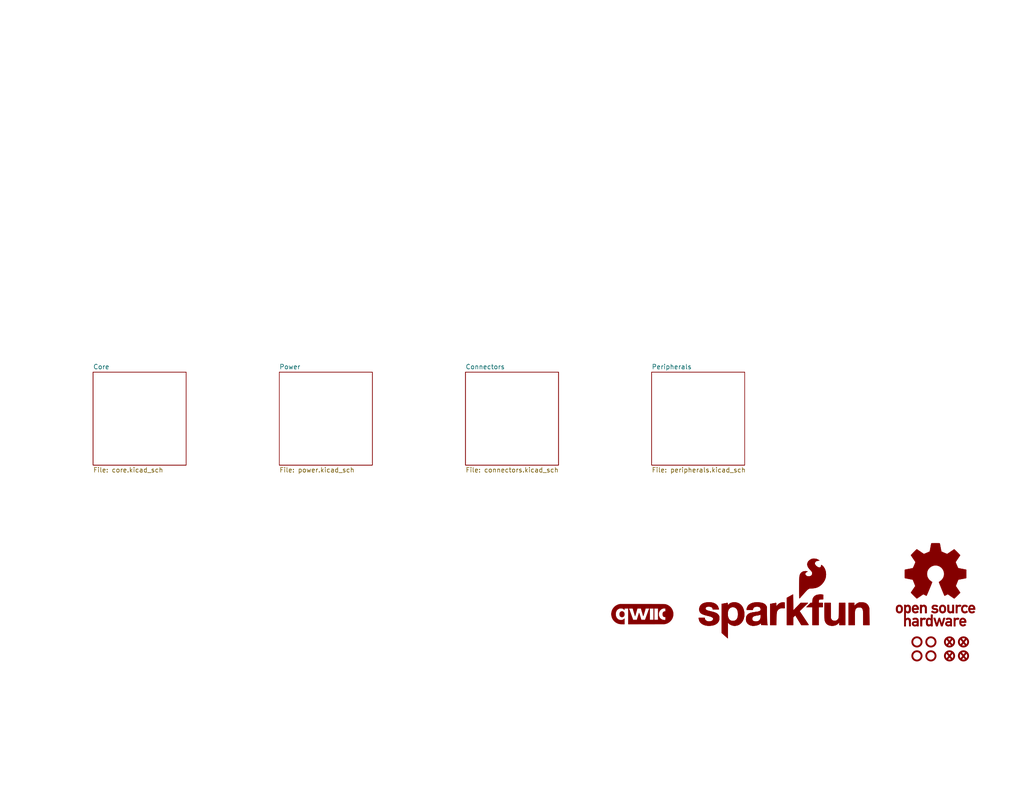
<source format=kicad_sch>
(kicad_sch (version 20231120) (generator "eeschema") (generator_version "8.0")
  (paper "USLetter")
  (title_block (title "SparkFun XRP Control Board") (date "2024-12-12") (rev "v20") (company "SparkFun Electronics") (comment 1 "Designed by: Dryw Wade"))
  (lib_symbols
    (symbol "SparkFun-Aesthetic:Fiducial_0.5mm"
      (symbol "Fiducial_0.5mm_1_1"
        (text "x" (at 0 0.254 0) (effects (font (size 2.5 2.5) (bold yes))))
      )
    )
    (symbol "SparkFun-Aesthetic:OSHW_Logo" (pin_names (offset 1.016)) (in_bom no))
    (symbol "SparkFun-Aesthetic:SparkFun_Logo" (pin_names (offset 1.016)) (on_board no))
    (symbol "SparkFun-Aesthetic:qwiic_Logo" (pin_names (offset 1.016)) (on_board no))
    (symbol "SparkFun-Hardware:Standoff")
  )
  (symbol (lib_id "SparkFun-Hardware:Standoff") (at 250.19 179.07 0) (unit 1)
    (property "Reference" "ST2" (effects (hide yes)))
    (property "Value" "Standoff" (effects (hide yes)))
    (property "Footprint" "SparkFun-Hardware:Standoff" (effects (hide yes)))
    (property "Description" "Drill holes for mechanically mounting via screws, standoffs, etc." (effects (hide yes)))
  )
  (symbol (lib_id "SparkFun-Aesthetic:SparkFun_Logo") (at 213.36 167.64 0) (unit 1) (on_board no)
    (property "Reference" "G1" (effects (hide yes)))
    (property "Value" "SparkFun_Logo" (effects (hide yes)))
  )
  (symbol (lib_id "SparkFun-Aesthetic:qwiic_Logo") (at 175.26 167.64 0) (unit 1) (on_board no)
    (property "Reference" "G4" (effects (hide yes)))
    (property "Value" "qwiic_Logo" (effects (hide yes)))
  )
  (symbol (lib_id "SparkFun-Hardware:Standoff") (at 254 179.07 0) (unit 1)
    (property "Reference" "ST4" (effects (hide yes)))
    (property "Value" "Standoff" (effects (hide yes)))
    (property "Footprint" "SparkFun-Hardware:Standoff" (effects (hide yes)))
    (property "Description" "Drill holes for mechanically mounting via screws, standoffs, etc." (effects (hide yes)))
  )
  (symbol (lib_id "SparkFun-Hardware:Standoff") (at 250.19 175.26 0) (unit 1)
    (property "Reference" "ST1" (effects (hide yes)))
    (property "Value" "Standoff" (effects (hide yes)))
    (property "Footprint" "SparkFun-Hardware:Standoff" (effects (hide yes)))
    (property "Description" "Drill holes for mechanically mounting via screws, standoffs, etc." (effects (hide yes)))
  )
  (symbol (lib_id "SparkFun-Aesthetic:Fiducial_0.5mm") (at 262.89 179.07 0) (unit 1)
    (property "Reference" "FID4" (effects (hide yes)))
    (property "Value" "Fiducial_0.5mm" (effects (hide yes)))
    (property "Footprint" "SparkFun-Aesthetic:Fiducial_0.5mm_Mask1mm" (effects (hide yes)))
    (property "Description" "Fiducial Marker" (effects (hide yes)))
  )
  (symbol (lib_id "SparkFun-Hardware:Standoff") (at 254 175.26 0) (unit 1)
    (property "Reference" "ST3" (effects (hide yes)))
    (property "Value" "Standoff" (effects (hide yes)))
    (property "Footprint" "SparkFun-Hardware:Standoff" (effects (hide yes)))
    (property "Description" "Drill holes for mechanically mounting via screws, standoffs, etc." (effects (hide yes)))
  )
  (symbol (lib_id "SparkFun-Aesthetic:Fiducial_0.5mm") (at 259.08 179.07 0) (unit 1)
    (property "Reference" "FID2" (effects (hide yes)))
    (property "Value" "Fiducial_0.5mm" (effects (hide yes)))
    (property "Footprint" "SparkFun-Aesthetic:Fiducial_0.5mm_Mask1mm" (effects (hide yes)))
    (property "Description" "Fiducial Marker" (effects (hide yes)))
  )
  (symbol (lib_id "SparkFun-Aesthetic:OSHW_Logo") (at 255.27 163.83 0) (unit 1) (in_bom no)
    (property "Reference" "G3" (effects (hide yes)))
    (property "Value" "OSHW_Logo" (effects (hide yes)))
    (property "Footprint" "SparkFun-Aesthetic:Creative_Commons_License" (effects (hide yes)))
  )
  (symbol (lib_id "SparkFun-Aesthetic:Fiducial_0.5mm") (at 259.08 175.26 0) (unit 1)
    (property "Reference" "FID1" (effects (hide yes)))
    (property "Value" "Fiducial_0.5mm" (effects (hide yes)))
    (property "Footprint" "SparkFun-Aesthetic:Fiducial_0.5mm_Mask1mm" (effects (hide yes)))
    (property "Description" "Fiducial Marker" (effects (hide yes)))
  )
  (symbol (lib_id "SparkFun-Aesthetic:SparkFun_Logo") (at 213.36 167.64 0) (unit 1) (on_board no)
    (property "Reference" "G2" (effects (hide yes)))
    (property "Value" "SparkFun_Logo" (effects (hide yes)))
  )
  (symbol (lib_id "SparkFun-Aesthetic:Fiducial_0.5mm") (at 262.89 175.26 0) (unit 1)
    (property "Reference" "FID3" (effects (hide yes)))
    (property "Value" "Fiducial_0.5mm" (effects (hide yes)))
    (property "Footprint" "SparkFun-Aesthetic:Fiducial_0.5mm_Mask1mm" (effects (hide yes)))
    (property "Description" "Fiducial Marker" (effects (hide yes)))
  )
  (sheet (at 177.8 101.6) (size 25.4 25.4) (stroke (width 0.1524))
    (property "Sheetname" "Peripherals" (at 177.8 100.8884 0) (effects (justify left bottom)))
    (property "Sheetfile" "peripherals.kicad_sch" (at 177.8 127.5846 0) (effects (justify left top)))
  )
  (sheet (at 127 101.6) (size 25.4 25.4) (stroke (width 0.1524))
    (property "Sheetname" "Connectors" (at 127 100.8884 0) (effects (justify left bottom)))
    (property "Sheetfile" "connectors.kicad_sch" (at 127 127.5846 0) (effects (justify left top)))
  )
  (sheet (at 25.4 101.6) (size 25.4 25.4) (stroke (width 0.1524))
    (property "Sheetname" "Core" (at 25.4 100.8884 0) (effects (justify left bottom)))
    (property "Sheetfile" "core.kicad_sch" (at 25.4 127.5846 0) (effects (justify left top)))
  )
  (sheet (at 76.2 101.6) (size 25.4 25.4) (stroke (width 0.1524))
    (property "Sheetname" "Power" (at 76.2 100.8884 0) (effects (justify left bottom)))
    (property "Sheetfile" "power.kicad_sch" (at 76.2 127.5846 0) (effects (justify left top)))
  )
)
</source>
